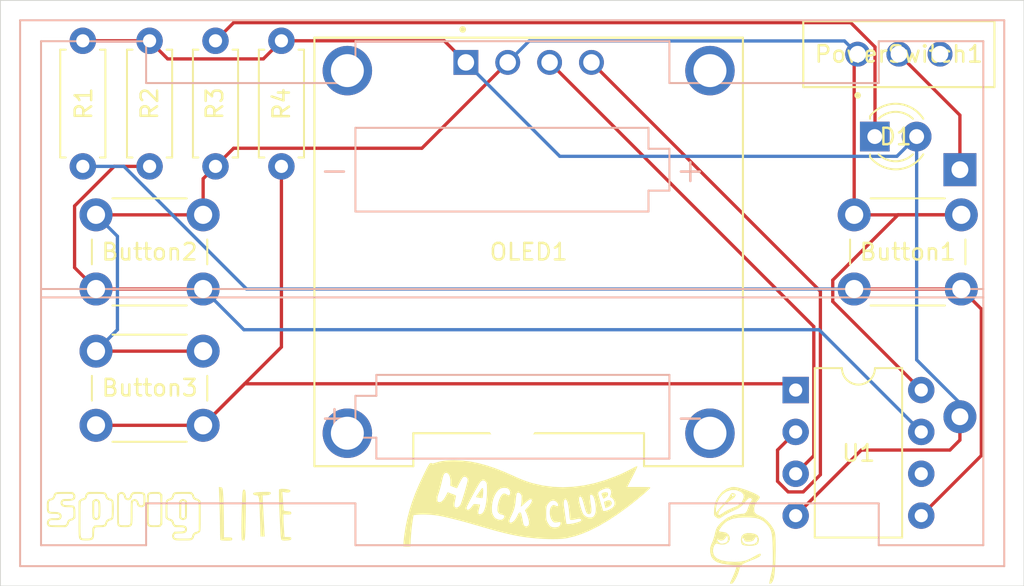
<source format=kicad_pcb>
(kicad_pcb (version 20240108) (generator "pcbnew") (generator_version "8.0")
  (layers (0 "F.Cu" signal) (31 "B.Cu" signal) (34 "B.Paste" user) (35 "F.Paste" user) (36 "B.SilkS" user "B.Silkscreen") (37 "F.SilkS" user "F.Silkscreen") (38 "B.Mask" user) (39 "F.Mask" user) (44 "Edge.Cuts" user))
  (net 0 "")
  (net 1 "GND")
  (net 2 "B+")
  (net 3 "VCC")
  (net 4 "PB0")
  (net 5 "PB2")
  (net 6 "PB5")
  (net 7 "Net-(D1-K)")
  (net 8 "PB4")
  (net 9 "PB3")
  (footprint "Button_Switch_THT:SW_PUSH_6mm_H4.3mm" (layer "F.Cu") (at 81.75 80.75)
    (property "Reference" "Button1" (at 3.25 2.25 0) (layer "F.SilkS"))
    (property "Value" "SW_Push")
    (pad "1" thru_hole circle (at 0 0 90) (size 2 2) (drill 1.1) (layers "*.Cu" "*.Mask") (net 3 "VCC"))
    (pad "1" thru_hole circle (at 6.5 0 90) (size 2 2) (drill 1.1) (layers "*.Cu" "*.Mask") (net 3 "VCC"))
    (pad "2" thru_hole circle (at 0 4.5 90) (size 2 2) (drill 1.1) (layers "*.Cu" "*.Mask") (net 4 "PB0"))
    (pad "2" thru_hole circle (at 6.5 4.5 90) (size 2 2) (drill 1.1) (layers "*.Cu" "*.Mask") (net 4 "PB0"))
  )
  (footprint "Resistor_THT:R_Axial_DIN0207_L6.3mm_D2.5mm_P7.62mm_Horizontal" (layer "F.Cu") (at 34.95 77.81 90)
    (property "Reference" "R1" (at 3.81 0.05 90) (layer "F.SilkS"))
    (property "Value" "1K" (hide yes))
    (pad "1" thru_hole circle (at 0 0 90) (size 1.6 1.6) (drill 0.8) (layers "*.Cu" "*.Mask") (net 4 "PB0"))
    (pad "2" thru_hole oval (at 7.62 0 90) (size 1.6 1.6) (drill 0.8) (layers "*.Cu" "*.Mask") (net 1 "GND"))
  )
  (footprint "EG1218 Footprint Symbol:SW_EG1218" (layer "F.Cu") (at 84.46 71)
    (property "Reference" "PowerSwitch1" (at 0 0 0) (layer "F.SilkS"))
    (property "Value" "SW_Wuerth_450301014042" (hide yes))
    (pad "1" thru_hole circle (at -2.5 0) (size 1.508 1.508) (drill 1) (layers "*.Cu" "*.Mask") (net 3 "VCC"))
    (pad "2" thru_hole circle (at 0 0) (size 1.508 1.508) (drill 1) (layers "*.Cu" "*.Mask") (net 2 "B+"))
    (pad "3" thru_hole circle (at 2.5 0) (size 1.508 1.508) (drill 1) (layers "*.Cu" "*.Mask"))
  )
  (footprint "Button_Switch_THT:SW_PUSH_6mm_H4.3mm" (layer "F.Cu") (at 35.75 89.02)
    (property "Reference" "Button3" (at 3.26 2.23 0) (layer "F.SilkS"))
    (property "Value" "SW_Push" (hide yes))
    (pad "1" thru_hole circle (at 0 0 90) (size 2 2) (drill 1.1) (layers "*.Cu" "*.Mask") (net 3 "VCC"))
    (pad "1" thru_hole circle (at 6.5 0 90) (size 2 2) (drill 1.1) (layers "*.Cu" "*.Mask") (net 3 "VCC"))
    (pad "2" thru_hole circle (at 0 4.5 90) (size 2 2) (drill 1.1) (layers "*.Cu" "*.Mask") (net 6 "PB5"))
    (pad "2" thru_hole circle (at 6.5 4.5 90) (size 2 2) (drill 1.1) (layers "*.Cu" "*.Mask") (net 6 "PB5"))
  )
  (footprint "LOGO" (layer "F.Cu") (at 74.999525 100.165707)
    (property "Reference" "G***" (hide yes))
    (property "Value" "LOGO" (hide yes))
  )
  (footprint "DM OLED096 636:MODULE_DM-OLED096-636" (layer "F.Cu") (at 62 83)
    (property "Reference" "OLED1" (at 0 0 0) (layer "F.SilkS"))
    (property "Value" "DM-OLED096-636" (hide yes))
    (pad "1" thru_hole rect (at -3.81 -11.5) (size 1.508 1.508) (drill 1) (layers "*.Cu" "*.Mask") (net 1 "GND"))
    (pad "2" thru_hole circle (at -1.27 -11.5) (size 1.508 1.508) (drill 1) (layers "*.Cu" "*.Mask") (net 3 "VCC"))
    (pad "3" thru_hole circle (at 1.27 -11.5) (size 1.508 1.508) (drill 1) (layers "*.Cu" "*.Mask") (net 8 "PB4"))
    (pad "4" thru_hole circle (at 3.81 -11.5) (size 1.508 1.508) (drill 1) (layers "*.Cu" "*.Mask") (net 9 "PB3"))
    (pad "S1" thru_hole circle (at -11 -11) (size 3 3) (drill 2) (layers "*.Cu" "*.Mask"))
    (pad "S2" thru_hole circle (at 11 -11) (size 3 3) (drill 2) (layers "*.Cu" "*.Mask"))
    (pad "S3" thru_hole circle (at 11 11) (size 3 3) (drill 2) (layers "*.Cu" "*.Mask"))
    (pad "S4" thru_hole circle (at -11 11) (size 3 3) (drill 2) (layers "*.Cu" "*.Mask"))
  )
  (footprint "LOGO" (layer "F.Cu") (at 37.47 98.94)
    (property "Reference" "G***" (hide yes))
    (property "Value" "LOGO" (hide yes))
  )
  (footprint "Resistor_THT:R_Axial_DIN0207_L6.3mm_D2.5mm_P7.62mm_Horizontal" (layer "F.Cu") (at 47 77.81 90)
    (property "Reference" "R4" (at 3.79 0 90) (layer "F.SilkS"))
    (property "Value" "1K" (hide yes))
    (pad "1" thru_hole circle (at 0 0 90) (size 1.6 1.6) (drill 0.8) (layers "*.Cu" "*.Mask") (net 6 "PB5"))
    (pad "2" thru_hole oval (at 7.62 0 90) (size 1.6 1.6) (drill 0.8) (layers "*.Cu" "*.Mask") (net 1 "GND"))
  )
  (footprint "Resistor_THT:R_Axial_DIN0207_L6.3mm_D2.5mm_P7.62mm_Horizontal" (layer "F.Cu") (at 43 77.81 90)
    (property "Reference" "R3" (at 3.81 -0.05 90) (layer "F.SilkS"))
    (property "Value" "1K" (hide yes))
    (pad "1" thru_hole circle (at 0 0 90) (size 1.6 1.6) (drill 0.8) (layers "*.Cu" "*.Mask") (net 3 "VCC"))
    (pad "2" thru_hole oval (at 7.62 0 90) (size 1.6 1.6) (drill 0.8) (layers "*.Cu" "*.Mask") (net 7 "Net-(D1-K)"))
  )
  (footprint "LED_THT:LED_D3.0mm" (layer "F.Cu") (at 83 76)
    (property "Reference" "D1" (at 1.26 0.01 0) (layer "F.SilkS"))
    (property "Value" "LED" (hide yes))
    (pad "1" thru_hole rect (at 0 0) (size 1.8 1.8) (drill 0.9) (layers "*.Cu" "*.Mask") (net 7 "Net-(D1-K)"))
    (pad "2" thru_hole circle (at 2.54 0) (size 1.8 1.8) (drill 0.9) (layers "*.Cu" "*.Mask") (net 1 "GND"))
  )
  (footprint "LOGO" (layer "F.Cu") (at 61.91 98.26)
    (property "Reference" "G***" (hide yes))
    (property "Value" "LOGO" (hide yes))
  )
  (footprint "Resistor_THT:R_Axial_DIN0207_L6.3mm_D2.5mm_P7.62mm_Horizontal" (layer "F.Cu") (at 39 77.81 90)
    (property "Reference" "R2" (at 3.81 0 90) (layer "F.SilkS"))
    (property "Value" "1K" (hide yes))
    (pad "1" thru_hole circle (at 0 0 90) (size 1.6 1.6) (drill 0.8) (layers "*.Cu" "*.Mask") (net 5 "PB2"))
    (pad "2" thru_hole oval (at 7.62 0 90) (size 1.6 1.6) (drill 0.8) (layers "*.Cu" "*.Mask") (net 1 "GND"))
  )
  (footprint "Button_Switch_THT:SW_PUSH_6mm_H4.3mm" (layer "F.Cu") (at 35.75 80.75)
    (property "Reference" "Button2" (at 3.25 2.25 0) (layer "F.SilkS"))
    (property "Value" "SW_Push" (hide yes))
    (pad "1" thru_hole circle (at 0 0 90) (size 2 2) (drill 1.1) (layers "*.Cu" "*.Mask") (net 3 "VCC"))
    (pad "1" thru_hole circle (at 6.5 0 90) (size 2 2) (drill 1.1) (layers "*.Cu" "*.Mask") (net 3 "VCC"))
    (pad "2" thru_hole circle (at 0 4.5 90) (size 2 2) (drill 1.1) (layers "*.Cu" "*.Mask") (net 5 "PB2"))
    (pad "2" thru_hole circle (at 6.5 4.5 90) (size 2 2) (drill 1.1) (layers "*.Cu" "*.Mask") (net 5 "PB2"))
  )
  (footprint "Package_DIP:DIP-8_W7.62mm" (layer "F.Cu") (at 78.2 91.38)
    (property "Reference" "U1" (at 3.82 3.83 0) (layer "F.SilkS"))
    (property "Value" "ATtiny85" (hide yes))
    (pad "1" thru_hole rect (at 0 0) (size 1.6 1.6) (drill 0.8) (layers "*.Cu" "*.Mask") (net 6 "PB5"))
    (pad "2" thru_hole oval (at 0 2.54) (size 1.6 1.6) (drill 0.8) (layers "*.Cu" "*.Mask") (net 9 "PB3"))
    (pad "3" thru_hole oval (at 0 5.08) (size 1.6 1.6) (drill 0.8) (layers "*.Cu" "*.Mask") (net 8 "PB4"))
    (pad "4" thru_hole oval (at 0 7.62) (size 1.6 1.6) (drill 0.8) (layers "*.Cu" "*.Mask") (net 1 "GND"))
    (pad "5" thru_hole oval (at 7.62 7.62) (size 1.6 1.6) (drill 0.8) (layers "*.Cu" "*.Mask") (net 4 "PB0"))
    (pad "6" thru_hole oval (at 7.62 5.08) (size 1.6 1.6) (drill 0.8) (layers "*.Cu" "*.Mask"))
    (pad "7" thru_hole oval (at 7.62 2.54) (size 1.6 1.6) (drill 0.8) (layers "*.Cu" "*.Mask") (net 5 "PB2"))
    (pad "8" thru_hole oval (at 7.62 0) (size 1.6 1.6) (drill 0.8) (layers "*.Cu" "*.Mask") (net 3 "VCC"))
  )
  (footprint "LOGO" (layer "F.Cu") (at 45.720708 98.869471)
    (property "Reference" "G***" (hide yes))
    (property "Value" "LOGO" (hide yes))
  )
  (footprint "Battery:BatteryHolder_Keystone_2462_2xAA" (layer "B.Cu") (at 88.165 78.01 180)
    (property "Reference" "BT1" (hide yes))
    (property "Value" "Battery" (hide yes))
    (fp_text user "+" (at 16.355 0 0) (layer "B.SilkS") (effects (font (size 1.5 1.5)) (justify mirror)))
    (fp_text user "+" (at 37.945 -14.99 0) (layer "B.SilkS") (effects (font (size 1.5 1.5)) (justify mirror)))
    (fp_text user "-" (at 37.945 0 0) (layer "B.SilkS") (effects (font (size 1.5 1.5)) (justify mirror)))
    (fp_text user "-" (at 16.355 -14.99 0) (layer "B.SilkS") (effects (font (size 1.5 1.5)) (justify mirror)))
    (pad "" np_thru_hole circle (at 27.165 -14.99 180) (size 3.3 3.3) (drill 3.3) (layers "*.Cu" "*.Mask"))
    (pad "" np_thru_hole circle (at 27.165 0 180) (size 3.3 3.3) (drill 3.3) (layers "*.Cu" "*.Mask"))
    (pad "1" thru_hole rect (at 0 0 180) (size 2 2) (drill 1.02) (layers "*.Cu" "*.Mask") (net 2 "B+"))
    (pad "2" thru_hole circle (at 0 -14.99 180) (size 2 2) (drill 1.02) (layers "*.Cu" "*.Mask") (net 1 "GND"))
  )
  (gr_rect (start 29.95 67.74) (end 92.05 103.27) (stroke (width 0.05)) (fill none) (layer "Edge.Cuts"))
  (segment (start 39 70.19) (end 40.1 71.29) (width 0.2) (layer "F.Cu") (net 1))
  (segment (start 78.2 99) (end 82.18 95.02) (width 0.2) (layer "F.Cu") (net 1))
  (segment (start 82.18 95.02) (end 87.559213 95.02) (width 0.2) (layer "F.Cu") (net 1))
  (segment (start 56.88 70.19) (end 58.19 71.5) (width 0.2) (layer "F.Cu") (net 1))
  (segment (start 40.1 71.29) (end 45.9 71.29) (width 0.2) (layer "F.Cu") (net 1))
  (segment (start 47 70.19) (end 56.88 70.19) (width 0.2) (layer "F.Cu") (net 1))
  (segment (start 87.559213 95.02) (end 88.165 94.414213) (width 0.2) (layer "F.Cu") (net 1))
  (segment (start 45.9 71.29) (end 47 70.19) (width 0.2) (layer "F.Cu") (net 1))
  (segment (start 34.95 70.19) (end 39 70.19) (width 0.2) (layer "F.Cu") (net 1))
  (segment (start 88.165 94.414213) (end 88.165 93) (width 0.2) (layer "F.Cu") (net 1))
  (segment (start 85.54 89.544365) (end 88.165 92.169365) (width 0.2) (layer "B.Cu") (net 1))
  (segment (start 84.34 77.2) (end 85.54 76) (width 0.2) (layer "B.Cu") (net 1))
  (segment (start 88.165 92.169365) (end 88.165 93) (width 0.2) (layer "B.Cu") (net 1))
  (segment (start 85.54 76) (end 85.54 89.544365) (width 0.2) (layer "B.Cu") (net 1))
  (segment (start 58.19 71.5) (end 63.89 77.2) (width 0.2) (layer "B.Cu") (net 1))
  (segment (start 63.89 77.2) (end 84.34 77.2) (width 0.2) (layer "B.Cu") (net 1))
  (segment (start 88.165 74.705) (end 88.165 78.01) (width 0.2) (layer "F.Cu") (net 2))
  (segment (start 84.46 71) (end 88.165 74.705) (width 0.2) (layer "F.Cu") (net 2))
  (segment (start 55.52 76.71) (end 60.73 71.5) (width 0.2) (layer "F.Cu") (net 3))
  (segment (start 43 77.81) (end 44.1 76.71) (width 0.2) (layer "F.Cu") (net 3))
  (segment (start 81.75 80.75) (end 88.25 80.75) (width 0.2) (layer "F.Cu") (net 3))
  (segment (start 84.411522 80.75) (end 80.45 84.711522) (width 0.2) (layer "F.Cu") (net 3))
  (segment (start 88.25 80.75) (end 84.411522 80.75) (width 0.2) (layer "F.Cu") (net 3))
  (segment (start 80.45 84.711522) (end 80.45 86.01) (width 0.2) (layer "F.Cu") (net 3))
  (segment (start 42.25 78.56) (end 43 77.81) (width 0.2) (layer "F.Cu") (net 3))
  (segment (start 35.75 89.02) (end 42.25 89.02) (width 0.2) (layer "F.Cu") (net 3))
  (segment (start 80.45 86.01) (end 85.82 91.38) (width 0.2) (layer "F.Cu") (net 3))
  (segment (start 42.25 80.75) (end 42.25 78.56) (width 0.2) (layer "F.Cu") (net 3))
  (segment (start 81.75 71.21) (end 81.75 80.75) (width 0.2) (layer "F.Cu") (net 3))
  (segment (start 44.1 76.71) (end 55.52 76.71) (width 0.2) (layer "F.Cu") (net 3))
  (segment (start 81.96 71) (end 81.75 71.21) (width 0.2) (layer "F.Cu") (net 3))
  (segment (start 35.75 80.75) (end 42.25 80.75) (width 0.2) (layer "F.Cu") (net 3))
  (segment (start 60.73 71.5) (end 62.03 70.2) (width 0.2) (layer "B.Cu") (net 3))
  (segment (start 37.05 87.72) (end 35.75 89.02) (width 0.2) (layer "B.Cu") (net 3))
  (segment (start 81.16 70.2) (end 81.96 71) (width 0.2) (layer "B.Cu") (net 3))
  (segment (start 35.75 80.75) (end 37.05 82.05) (width 0.2) (layer "B.Cu") (net 3))
  (segment (start 37.05 82.05) (end 37.05 87.72) (width 0.2) (layer "B.Cu") (net 3))
  (segment (start 62.03 70.2) (end 81.16 70.2) (width 0.2) (layer "B.Cu") (net 3))
  (segment (start 81.75 85.25) (end 88.25 85.25) (width 0.2) (layer "F.Cu") (net 4))
  (segment (start 89.465 86.465) (end 88.25 85.25) (width 0.2) (layer "F.Cu") (net 4))
  (segment (start 89.465 95.355) (end 89.465 86.465) (width 0.2) (layer "F.Cu") (net 4))
  (segment (start 85.82 99) (end 89.465 95.355) (width 0.2) (layer "F.Cu") (net 4))
  (segment (start 37.444365 77.81) (end 34.95 77.81) (width 0.2) (layer "B.Cu") (net 4))
  (segment (start 44.884365 85.25) (end 37.444365 77.81) (width 0.2) (layer "B.Cu") (net 4))
  (segment (start 81.75 85.25) (end 44.884365 85.25) (width 0.2) (layer "B.Cu") (net 4))
  (segment (start 34.45 80.211522) (end 34.45 83.95) (width 0.2) (layer "F.Cu") (net 5))
  (segment (start 36.851522 77.81) (end 34.45 80.211522) (width 0.2) (layer "F.Cu") (net 5))
  (segment (start 35.75 85.25) (end 42.25 85.25) (width 0.2) (layer "F.Cu") (net 5))
  (segment (start 34.45 83.95) (end 35.75 85.25) (width 0.2) (layer "F.Cu") (net 5))
  (segment (start 39 77.81) (end 36.851522 77.81) (width 0.2) (layer "F.Cu") (net 5))
  (segment (start 79.62 87.72) (end 44.72 87.72) (width 0.2) (layer "B.Cu") (net 5))
  (segment (start 44.72 87.72) (end 42.25 85.25) (width 0.2) (layer "B.Cu") (net 5))
  (segment (start 85.82 93.92) (end 79.62 87.72) (width 0.2) (layer "B.Cu") (net 5))
  (segment (start 78.2 91.38) (end 77.82 91) (width 0.2) (layer "F.Cu") (net 6))
  (segment (start 77.82 91) (end 44.77 91) (width 0.2) (layer "F.Cu") (net 6))
  (segment (start 44.77 91) (end 42.25 93.52) (width 0.2) (layer "F.Cu") (net 6))
  (segment (start 42.25 93.52) (end 47 88.77) (width 0.2) (layer "F.Cu") (net 6))
  (segment (start 35.75 93.52) (end 42.25 93.52) (width 0.2) (layer "F.Cu") (net 6))
  (segment (start 47 88.77) (end 47 77.81) (width 0.2) (layer "F.Cu") (net 6))
  (segment (start 43 70.19) (end 44.1 69.09) (width 0.2) (layer "F.Cu") (net 7))
  (segment (start 81.540582 69.09) (end 83.014 70.563418) (width 0.2) (layer "F.Cu") (net 7))
  (segment (start 44.1 69.09) (end 81.540582 69.09) (width 0.2) (layer "F.Cu") (net 7))
  (segment (start 83.014 75.986) (end 83 76) (width 0.2) (layer "F.Cu") (net 7))
  (segment (start 83.014 70.563418) (end 83.014 75.986) (width 0.2) (layer "F.Cu") (net 7))
  (segment (start 79.3 87.53) (end 63.27 71.5) (width 0.2) (layer "F.Cu") (net 8))
  (segment (start 78.2 96.46) (end 79.3 95.36) (width 0.2) (layer "F.Cu") (net 8))
  (segment (start 79.3 95.36) (end 79.3 87.53) (width 0.2) (layer "F.Cu") (net 8))
  (segment (start 79.7 96.515635) (end 79.7 85.39) (width 0.2) (layer "F.Cu") (net 9))
  (segment (start 78.2 93.92) (end 77.1 95.02) (width 0.2) (layer "F.Cu") (net 9))
  (segment (start 77.744365 97.56) (end 78.655635 97.56) (width 0.2) (layer "F.Cu") (net 9))
  (segment (start 77.1 95.02) (end 77.1 96.915635) (width 0.2) (layer "F.Cu") (net 9))
  (segment (start 78.655635 97.56) (end 79.7 96.515635) (width 0.2) (layer "F.Cu") (net 9))
  (segment (start 79.7 85.39) (end 65.81 71.5) (width 0.2) (layer "F.Cu") (net 9))
  (segment (start 77.1 96.915635) (end 77.744365 97.56) (width 0.2) (layer "F.Cu") (net 9))
)
</source>
